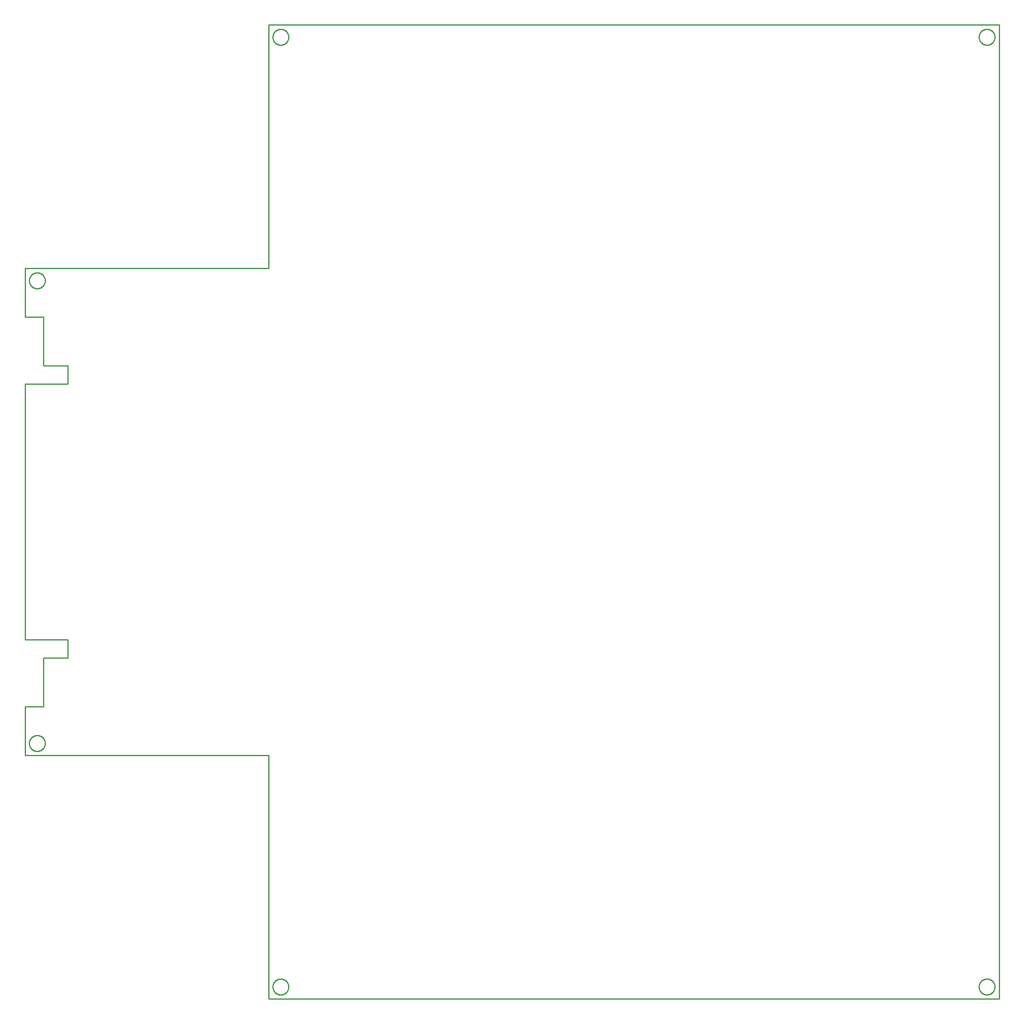
<source format=gbr>
G04 EAGLE Gerber RS-274X export*
G75*
%MOMM*%
%FSLAX34Y34*%
%LPD*%
%IN*%
%IPPOS*%
%AMOC8*
5,1,8,0,0,1.08239X$1,22.5*%
G01*
%ADD10C,0.254000*%


D10*
X50800Y0D02*
X558800Y0D01*
X558800Y-508000D01*
X2082800Y-508000D01*
X2082800Y1524000D01*
X558800Y1524000D01*
X558800Y1016000D01*
X50800Y1016000D01*
X50800Y914400D01*
X88900Y914400D01*
X88900Y812800D01*
X139700Y812800D01*
X139700Y774700D01*
X50800Y774700D01*
X50800Y241300D01*
X139700Y241300D01*
X139700Y203200D01*
X88900Y203200D01*
X88900Y101600D01*
X50800Y101600D01*
X50800Y0D01*
X600710Y1498060D02*
X600639Y1496981D01*
X600498Y1495909D01*
X600287Y1494849D01*
X600008Y1493805D01*
X599660Y1492781D01*
X599246Y1491783D01*
X598768Y1490813D01*
X598228Y1489877D01*
X597627Y1488978D01*
X596969Y1488121D01*
X596257Y1487308D01*
X595492Y1486544D01*
X594679Y1485831D01*
X593822Y1485173D01*
X592923Y1484572D01*
X591987Y1484032D01*
X591017Y1483554D01*
X590019Y1483140D01*
X588995Y1482792D01*
X587951Y1482513D01*
X586891Y1482302D01*
X585819Y1482161D01*
X584740Y1482090D01*
X583660Y1482090D01*
X582581Y1482161D01*
X581509Y1482302D01*
X580449Y1482513D01*
X579405Y1482792D01*
X578381Y1483140D01*
X577383Y1483554D01*
X576413Y1484032D01*
X575477Y1484572D01*
X574578Y1485173D01*
X573721Y1485831D01*
X572908Y1486544D01*
X572144Y1487308D01*
X571431Y1488121D01*
X570773Y1488978D01*
X570172Y1489877D01*
X569632Y1490813D01*
X569154Y1491783D01*
X568740Y1492781D01*
X568392Y1493805D01*
X568113Y1494849D01*
X567902Y1495909D01*
X567761Y1496981D01*
X567690Y1498060D01*
X567690Y1499140D01*
X567761Y1500219D01*
X567902Y1501291D01*
X568113Y1502351D01*
X568392Y1503395D01*
X568740Y1504419D01*
X569154Y1505417D01*
X569632Y1506387D01*
X570172Y1507323D01*
X570773Y1508222D01*
X571431Y1509079D01*
X572144Y1509892D01*
X572908Y1510657D01*
X573721Y1511369D01*
X574578Y1512027D01*
X575477Y1512628D01*
X576413Y1513168D01*
X577383Y1513646D01*
X578381Y1514060D01*
X579405Y1514408D01*
X580449Y1514687D01*
X581509Y1514898D01*
X582581Y1515039D01*
X583660Y1515110D01*
X584740Y1515110D01*
X585819Y1515039D01*
X586891Y1514898D01*
X587951Y1514687D01*
X588995Y1514408D01*
X590019Y1514060D01*
X591017Y1513646D01*
X591987Y1513168D01*
X592923Y1512628D01*
X593822Y1512027D01*
X594679Y1511369D01*
X595492Y1510657D01*
X596257Y1509892D01*
X596969Y1509079D01*
X597627Y1508222D01*
X598228Y1507323D01*
X598768Y1506387D01*
X599246Y1505417D01*
X599660Y1504419D01*
X600008Y1503395D01*
X600287Y1502351D01*
X600498Y1501291D01*
X600639Y1500219D01*
X600710Y1499140D01*
X600710Y1498060D01*
X2073910Y-483140D02*
X2073839Y-484219D01*
X2073698Y-485291D01*
X2073487Y-486351D01*
X2073208Y-487395D01*
X2072860Y-488419D01*
X2072446Y-489417D01*
X2071968Y-490387D01*
X2071428Y-491323D01*
X2070827Y-492222D01*
X2070169Y-493079D01*
X2069457Y-493892D01*
X2068692Y-494657D01*
X2067879Y-495369D01*
X2067022Y-496027D01*
X2066123Y-496628D01*
X2065187Y-497168D01*
X2064217Y-497646D01*
X2063219Y-498060D01*
X2062195Y-498408D01*
X2061151Y-498687D01*
X2060091Y-498898D01*
X2059019Y-499039D01*
X2057940Y-499110D01*
X2056860Y-499110D01*
X2055781Y-499039D01*
X2054709Y-498898D01*
X2053649Y-498687D01*
X2052605Y-498408D01*
X2051581Y-498060D01*
X2050583Y-497646D01*
X2049613Y-497168D01*
X2048677Y-496628D01*
X2047778Y-496027D01*
X2046921Y-495369D01*
X2046108Y-494657D01*
X2045344Y-493892D01*
X2044631Y-493079D01*
X2043973Y-492222D01*
X2043372Y-491323D01*
X2042832Y-490387D01*
X2042354Y-489417D01*
X2041940Y-488419D01*
X2041592Y-487395D01*
X2041313Y-486351D01*
X2041102Y-485291D01*
X2040961Y-484219D01*
X2040890Y-483140D01*
X2040890Y-482060D01*
X2040961Y-480981D01*
X2041102Y-479909D01*
X2041313Y-478849D01*
X2041592Y-477805D01*
X2041940Y-476781D01*
X2042354Y-475783D01*
X2042832Y-474813D01*
X2043372Y-473877D01*
X2043973Y-472978D01*
X2044631Y-472121D01*
X2045344Y-471308D01*
X2046108Y-470544D01*
X2046921Y-469831D01*
X2047778Y-469173D01*
X2048677Y-468572D01*
X2049613Y-468032D01*
X2050583Y-467554D01*
X2051581Y-467140D01*
X2052605Y-466792D01*
X2053649Y-466513D01*
X2054709Y-466302D01*
X2055781Y-466161D01*
X2056860Y-466090D01*
X2057940Y-466090D01*
X2059019Y-466161D01*
X2060091Y-466302D01*
X2061151Y-466513D01*
X2062195Y-466792D01*
X2063219Y-467140D01*
X2064217Y-467554D01*
X2065187Y-468032D01*
X2066123Y-468572D01*
X2067022Y-469173D01*
X2067879Y-469831D01*
X2068692Y-470544D01*
X2069457Y-471308D01*
X2070169Y-472121D01*
X2070827Y-472978D01*
X2071428Y-473877D01*
X2071968Y-474813D01*
X2072446Y-475783D01*
X2072860Y-476781D01*
X2073208Y-477805D01*
X2073487Y-478849D01*
X2073698Y-479909D01*
X2073839Y-480981D01*
X2073910Y-482060D01*
X2073910Y-483140D01*
X92710Y990060D02*
X92639Y988981D01*
X92498Y987909D01*
X92287Y986849D01*
X92008Y985805D01*
X91660Y984781D01*
X91246Y983783D01*
X90768Y982813D01*
X90228Y981877D01*
X89627Y980978D01*
X88969Y980121D01*
X88257Y979308D01*
X87492Y978544D01*
X86679Y977831D01*
X85822Y977173D01*
X84923Y976572D01*
X83987Y976032D01*
X83017Y975554D01*
X82019Y975140D01*
X80995Y974792D01*
X79951Y974513D01*
X78891Y974302D01*
X77819Y974161D01*
X76740Y974090D01*
X75660Y974090D01*
X74581Y974161D01*
X73509Y974302D01*
X72449Y974513D01*
X71405Y974792D01*
X70381Y975140D01*
X69383Y975554D01*
X68413Y976032D01*
X67477Y976572D01*
X66578Y977173D01*
X65721Y977831D01*
X64908Y978544D01*
X64144Y979308D01*
X63431Y980121D01*
X62773Y980978D01*
X62172Y981877D01*
X61632Y982813D01*
X61154Y983783D01*
X60740Y984781D01*
X60392Y985805D01*
X60113Y986849D01*
X59902Y987909D01*
X59761Y988981D01*
X59690Y990060D01*
X59690Y991140D01*
X59761Y992219D01*
X59902Y993291D01*
X60113Y994351D01*
X60392Y995395D01*
X60740Y996419D01*
X61154Y997417D01*
X61632Y998387D01*
X62172Y999323D01*
X62773Y1000222D01*
X63431Y1001079D01*
X64144Y1001892D01*
X64908Y1002657D01*
X65721Y1003369D01*
X66578Y1004027D01*
X67477Y1004628D01*
X68413Y1005168D01*
X69383Y1005646D01*
X70381Y1006060D01*
X71405Y1006408D01*
X72449Y1006687D01*
X73509Y1006898D01*
X74581Y1007039D01*
X75660Y1007110D01*
X76740Y1007110D01*
X77819Y1007039D01*
X78891Y1006898D01*
X79951Y1006687D01*
X80995Y1006408D01*
X82019Y1006060D01*
X83017Y1005646D01*
X83987Y1005168D01*
X84923Y1004628D01*
X85822Y1004027D01*
X86679Y1003369D01*
X87492Y1002657D01*
X88257Y1001892D01*
X88969Y1001079D01*
X89627Y1000222D01*
X90228Y999323D01*
X90768Y998387D01*
X91246Y997417D01*
X91660Y996419D01*
X92008Y995395D01*
X92287Y994351D01*
X92498Y993291D01*
X92639Y992219D01*
X92710Y991140D01*
X92710Y990060D01*
X92710Y24860D02*
X92639Y23781D01*
X92498Y22709D01*
X92287Y21649D01*
X92008Y20605D01*
X91660Y19581D01*
X91246Y18583D01*
X90768Y17613D01*
X90228Y16677D01*
X89627Y15778D01*
X88969Y14921D01*
X88257Y14108D01*
X87492Y13344D01*
X86679Y12631D01*
X85822Y11973D01*
X84923Y11372D01*
X83987Y10832D01*
X83017Y10354D01*
X82019Y9940D01*
X80995Y9592D01*
X79951Y9313D01*
X78891Y9102D01*
X77819Y8961D01*
X76740Y8890D01*
X75660Y8890D01*
X74581Y8961D01*
X73509Y9102D01*
X72449Y9313D01*
X71405Y9592D01*
X70381Y9940D01*
X69383Y10354D01*
X68413Y10832D01*
X67477Y11372D01*
X66578Y11973D01*
X65721Y12631D01*
X64908Y13344D01*
X64144Y14108D01*
X63431Y14921D01*
X62773Y15778D01*
X62172Y16677D01*
X61632Y17613D01*
X61154Y18583D01*
X60740Y19581D01*
X60392Y20605D01*
X60113Y21649D01*
X59902Y22709D01*
X59761Y23781D01*
X59690Y24860D01*
X59690Y25940D01*
X59761Y27019D01*
X59902Y28091D01*
X60113Y29151D01*
X60392Y30195D01*
X60740Y31219D01*
X61154Y32217D01*
X61632Y33187D01*
X62172Y34123D01*
X62773Y35022D01*
X63431Y35879D01*
X64144Y36692D01*
X64908Y37457D01*
X65721Y38169D01*
X66578Y38827D01*
X67477Y39428D01*
X68413Y39968D01*
X69383Y40446D01*
X70381Y40860D01*
X71405Y41208D01*
X72449Y41487D01*
X73509Y41698D01*
X74581Y41839D01*
X75660Y41910D01*
X76740Y41910D01*
X77819Y41839D01*
X78891Y41698D01*
X79951Y41487D01*
X80995Y41208D01*
X82019Y40860D01*
X83017Y40446D01*
X83987Y39968D01*
X84923Y39428D01*
X85822Y38827D01*
X86679Y38169D01*
X87492Y37457D01*
X88257Y36692D01*
X88969Y35879D01*
X89627Y35022D01*
X90228Y34123D01*
X90768Y33187D01*
X91246Y32217D01*
X91660Y31219D01*
X92008Y30195D01*
X92287Y29151D01*
X92498Y28091D01*
X92639Y27019D01*
X92710Y25940D01*
X92710Y24860D01*
X600710Y-483140D02*
X600639Y-484219D01*
X600498Y-485291D01*
X600287Y-486351D01*
X600008Y-487395D01*
X599660Y-488419D01*
X599246Y-489417D01*
X598768Y-490387D01*
X598228Y-491323D01*
X597627Y-492222D01*
X596969Y-493079D01*
X596257Y-493892D01*
X595492Y-494657D01*
X594679Y-495369D01*
X593822Y-496027D01*
X592923Y-496628D01*
X591987Y-497168D01*
X591017Y-497646D01*
X590019Y-498060D01*
X588995Y-498408D01*
X587951Y-498687D01*
X586891Y-498898D01*
X585819Y-499039D01*
X584740Y-499110D01*
X583660Y-499110D01*
X582581Y-499039D01*
X581509Y-498898D01*
X580449Y-498687D01*
X579405Y-498408D01*
X578381Y-498060D01*
X577383Y-497646D01*
X576413Y-497168D01*
X575477Y-496628D01*
X574578Y-496027D01*
X573721Y-495369D01*
X572908Y-494657D01*
X572144Y-493892D01*
X571431Y-493079D01*
X570773Y-492222D01*
X570172Y-491323D01*
X569632Y-490387D01*
X569154Y-489417D01*
X568740Y-488419D01*
X568392Y-487395D01*
X568113Y-486351D01*
X567902Y-485291D01*
X567761Y-484219D01*
X567690Y-483140D01*
X567690Y-482060D01*
X567761Y-480981D01*
X567902Y-479909D01*
X568113Y-478849D01*
X568392Y-477805D01*
X568740Y-476781D01*
X569154Y-475783D01*
X569632Y-474813D01*
X570172Y-473877D01*
X570773Y-472978D01*
X571431Y-472121D01*
X572144Y-471308D01*
X572908Y-470544D01*
X573721Y-469831D01*
X574578Y-469173D01*
X575477Y-468572D01*
X576413Y-468032D01*
X577383Y-467554D01*
X578381Y-467140D01*
X579405Y-466792D01*
X580449Y-466513D01*
X581509Y-466302D01*
X582581Y-466161D01*
X583660Y-466090D01*
X584740Y-466090D01*
X585819Y-466161D01*
X586891Y-466302D01*
X587951Y-466513D01*
X588995Y-466792D01*
X590019Y-467140D01*
X591017Y-467554D01*
X591987Y-468032D01*
X592923Y-468572D01*
X593822Y-469173D01*
X594679Y-469831D01*
X595492Y-470544D01*
X596257Y-471308D01*
X596969Y-472121D01*
X597627Y-472978D01*
X598228Y-473877D01*
X598768Y-474813D01*
X599246Y-475783D01*
X599660Y-476781D01*
X600008Y-477805D01*
X600287Y-478849D01*
X600498Y-479909D01*
X600639Y-480981D01*
X600710Y-482060D01*
X600710Y-483140D01*
X2073910Y1498060D02*
X2073839Y1496981D01*
X2073698Y1495909D01*
X2073487Y1494849D01*
X2073208Y1493805D01*
X2072860Y1492781D01*
X2072446Y1491783D01*
X2071968Y1490813D01*
X2071428Y1489877D01*
X2070827Y1488978D01*
X2070169Y1488121D01*
X2069457Y1487308D01*
X2068692Y1486544D01*
X2067879Y1485831D01*
X2067022Y1485173D01*
X2066123Y1484572D01*
X2065187Y1484032D01*
X2064217Y1483554D01*
X2063219Y1483140D01*
X2062195Y1482792D01*
X2061151Y1482513D01*
X2060091Y1482302D01*
X2059019Y1482161D01*
X2057940Y1482090D01*
X2056860Y1482090D01*
X2055781Y1482161D01*
X2054709Y1482302D01*
X2053649Y1482513D01*
X2052605Y1482792D01*
X2051581Y1483140D01*
X2050583Y1483554D01*
X2049613Y1484032D01*
X2048677Y1484572D01*
X2047778Y1485173D01*
X2046921Y1485831D01*
X2046108Y1486544D01*
X2045344Y1487308D01*
X2044631Y1488121D01*
X2043973Y1488978D01*
X2043372Y1489877D01*
X2042832Y1490813D01*
X2042354Y1491783D01*
X2041940Y1492781D01*
X2041592Y1493805D01*
X2041313Y1494849D01*
X2041102Y1495909D01*
X2040961Y1496981D01*
X2040890Y1498060D01*
X2040890Y1499140D01*
X2040961Y1500219D01*
X2041102Y1501291D01*
X2041313Y1502351D01*
X2041592Y1503395D01*
X2041940Y1504419D01*
X2042354Y1505417D01*
X2042832Y1506387D01*
X2043372Y1507323D01*
X2043973Y1508222D01*
X2044631Y1509079D01*
X2045344Y1509892D01*
X2046108Y1510657D01*
X2046921Y1511369D01*
X2047778Y1512027D01*
X2048677Y1512628D01*
X2049613Y1513168D01*
X2050583Y1513646D01*
X2051581Y1514060D01*
X2052605Y1514408D01*
X2053649Y1514687D01*
X2054709Y1514898D01*
X2055781Y1515039D01*
X2056860Y1515110D01*
X2057940Y1515110D01*
X2059019Y1515039D01*
X2060091Y1514898D01*
X2061151Y1514687D01*
X2062195Y1514408D01*
X2063219Y1514060D01*
X2064217Y1513646D01*
X2065187Y1513168D01*
X2066123Y1512628D01*
X2067022Y1512027D01*
X2067879Y1511369D01*
X2068692Y1510657D01*
X2069457Y1509892D01*
X2070169Y1509079D01*
X2070827Y1508222D01*
X2071428Y1507323D01*
X2071968Y1506387D01*
X2072446Y1505417D01*
X2072860Y1504419D01*
X2073208Y1503395D01*
X2073487Y1502351D01*
X2073698Y1501291D01*
X2073839Y1500219D01*
X2073910Y1499140D01*
X2073910Y1498060D01*
M02*

</source>
